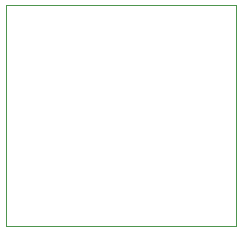
<source format=gbr>
%TF.GenerationSoftware,KiCad,Pcbnew,9.0.1*%
%TF.CreationDate,2025-05-06T14:46:57+03:00*%
%TF.ProjectId,plata_zmk,706c6174-615f-47a6-9d6b-2e6b69636164,rev?*%
%TF.SameCoordinates,Original*%
%TF.FileFunction,Profile,NP*%
%FSLAX46Y46*%
G04 Gerber Fmt 4.6, Leading zero omitted, Abs format (unit mm)*
G04 Created by KiCad (PCBNEW 9.0.1) date 2025-05-06 14:46:57*
%MOMM*%
%LPD*%
G01*
G04 APERTURE LIST*
%TA.AperFunction,Profile*%
%ADD10C,0.050000*%
%TD*%
G04 APERTURE END LIST*
D10*
X240400000Y-55700000D02*
X259900000Y-55700000D01*
X259900000Y-74400000D01*
X240400000Y-74400000D01*
X240400000Y-55700000D01*
M02*

</source>
